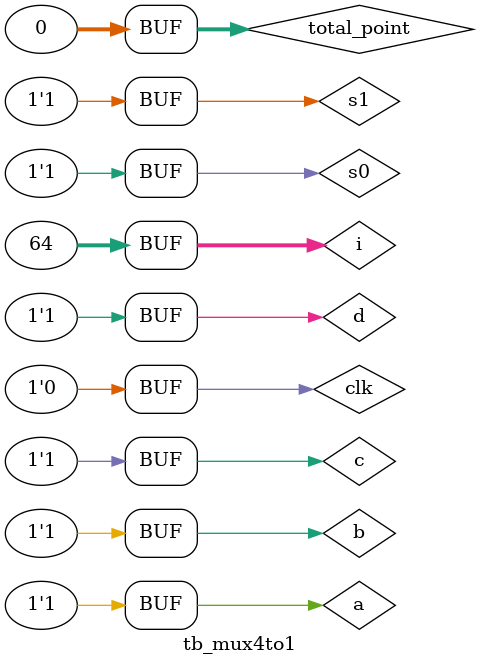
<source format=v>
module tb_mux4to1;

reg clk;
wire out;
reg a, b, c, d, s0, s1;
integer i;

mux4to1 uut (
    .out    (    out    ),
    .a      (    a      ),
    .b (b),
    .c (c),
    .d (d),
    .s0 (s0),
    .s1 (s1)
);

parameter PERIOD = 20;
integer total_point = 0;

initial begin
    $dumpfile("db_tb_mux4to1.vcd");
    $dumpvars(0, tb_mux4to1);
    clk = 1'b0;
    #(PERIOD/2);

    for (i=0; i<=63; i=i+1)begin
        a = i[0];
        b = i[1];
        c = i[2];
        d = i[3];
        s0 = i[4];
        s1 = i[5];
        #(PERIOD/2);
        
        case ({s1, s0})
        0: begin
            if (out == a) begin total_point = total_point+1;end
//            break;
            end
        1: begin
            if (out == b) begin total_point = total_point+1;end
//            break;
            end
        2: begin
            if (out == c) begin total_point = total_point+1;end
//            break;
            end
        3: begin
            if (out == d) begin total_point = total_point+1;end
//            break;
            end
        default: ;//break;
        endcase
        
        end
end

endmodule

</source>
